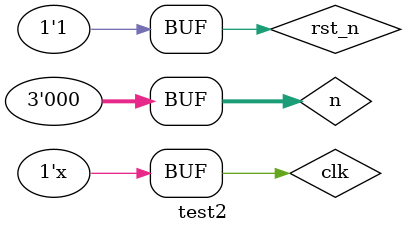
<source format=v>
`timescale 1ns / 1ps

module test2();
    reg clk;
    reg [2:0] n;
    reg rst_n;
    wire [15:0] result;
    
    initial begin
        clk=0;
        rst_n=1;
        n=3'b100;
        #50
        n=3'b111;
        #150
        n=3'b000;
    end 
    
    always #5 clk=~clk;
    
    funct test(
        .clk(clk),
        .n(n),
        .rst_n(rst_n),
        .result(result)
    );
endmodule

</source>
